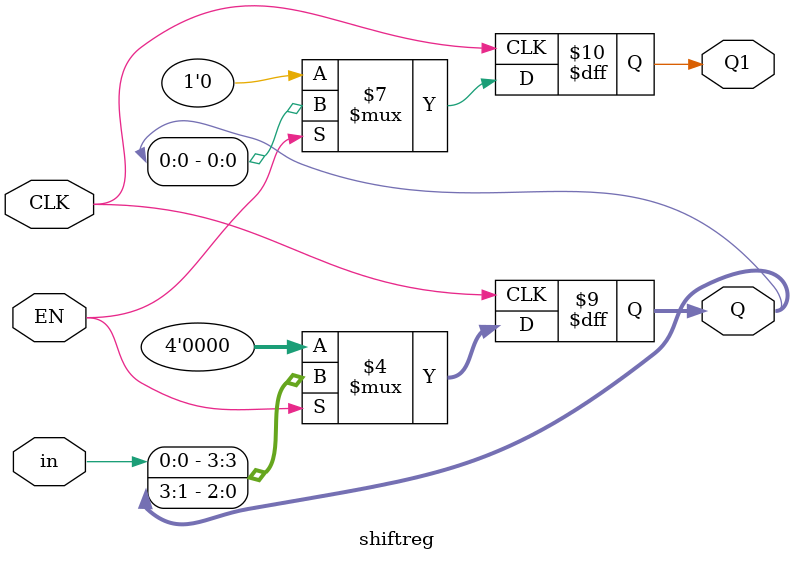
<source format=v>
module shiftreg(Q, Q1, EN, in, CLK);

parameter n=4;
input in,EN,CLK;
output Q1;
reg Q1;
output [3:0] Q;
reg [3:0] Q;

always @(posedge CLK)
begin
if (EN == 1'b1)
begin
Q1 = Q[0];
Q={in, Q[n-1:1]};
end
else
begin
Q1 = 1'b0;
Q = 4'b0000;
end
end
endmodule
</source>
